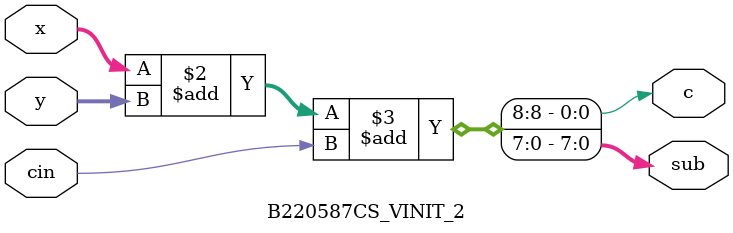
<source format=v>
module B220587CS_VINIT_2(input [7:0]x,
	input [7:0]y,
	input cin,
	output reg c,
	output reg[7:0]sub
);
	
	always@(x or y or cin)
	begin
		{c,sub}=x+y+cin;
	end
endmodule

</source>
